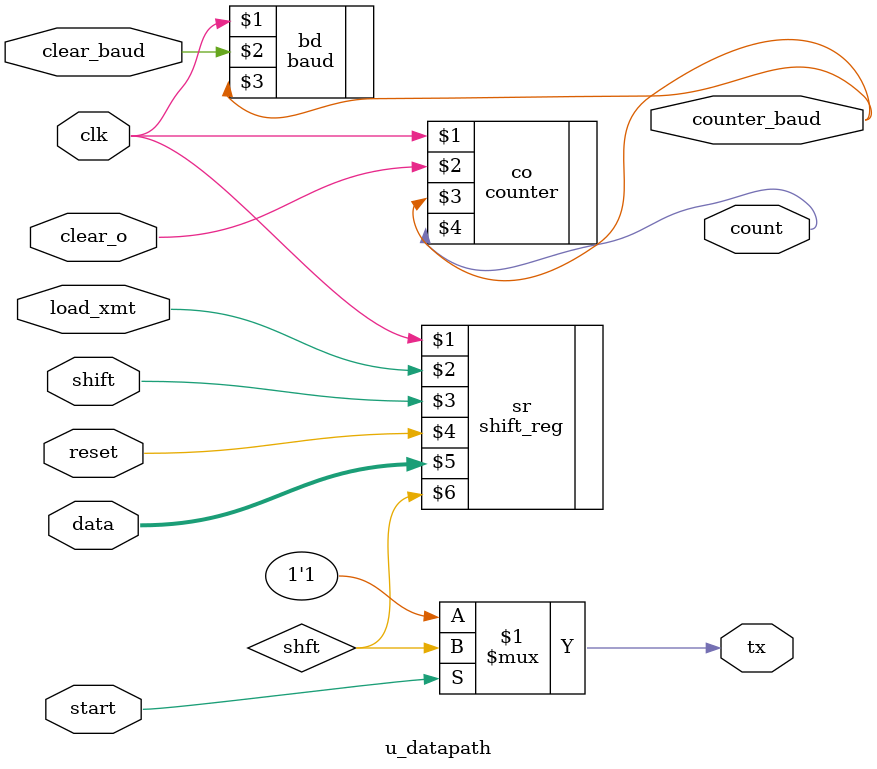
<source format=sv>
module u_datapath(
    input logic clk, reset, load_xmt, 
    shift, clear_baud, clear_o, start,
    input logic [7:0] data,
    output logic tx, count, counter_baud);

    logic shft;

    shift_reg sr(clk, load_xmt, shift, reset, data, shft);
    baud bd(clk, clear_baud, counter_baud);
    counter co(clk, clear_o, counter_baud, count);

    assign tx = start? shft:1'b1;

endmodule

</source>
